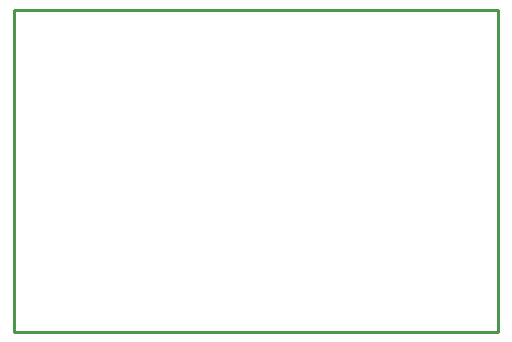
<source format=gko>
%FSLAX23Y23*%
%MOIN*%
G70*
G01*
G75*
G04 Layer_Color=16711935*
%ADD10R,0.035X0.031*%
%ADD11R,0.079X0.079*%
%ADD12R,0.051X0.079*%
%ADD13R,0.118X0.039*%
%ADD14R,0.118X0.059*%
%ADD15C,0.010*%
%ADD16C,0.079*%
%ADD17C,0.060*%
%ADD18C,0.039*%
%ADD19C,0.236*%
%ADD20C,0.004*%
%ADD21C,0.000*%
%ADD22C,0.000*%
%ADD23C,0.059*%
%ADD24C,0.020*%
%ADD25R,0.043X0.039*%
%ADD26R,0.087X0.087*%
%ADD27R,0.059X0.087*%
%ADD28R,0.126X0.047*%
%ADD29R,0.126X0.067*%
%ADD30C,0.087*%
%ADD31C,0.068*%
%ADD32C,0.020*%
%ADD33C,0.030*%
%ADD34C,0.004*%
%ADD35C,0.000*%
%ADD36R,0.015X0.040*%
%ADD37R,0.015X0.035*%
D15*
X0Y0D02*
X1615D01*
X0D02*
Y1075D01*
X1615Y0D02*
Y1075D01*
X0D02*
X1615D01*
M02*

</source>
